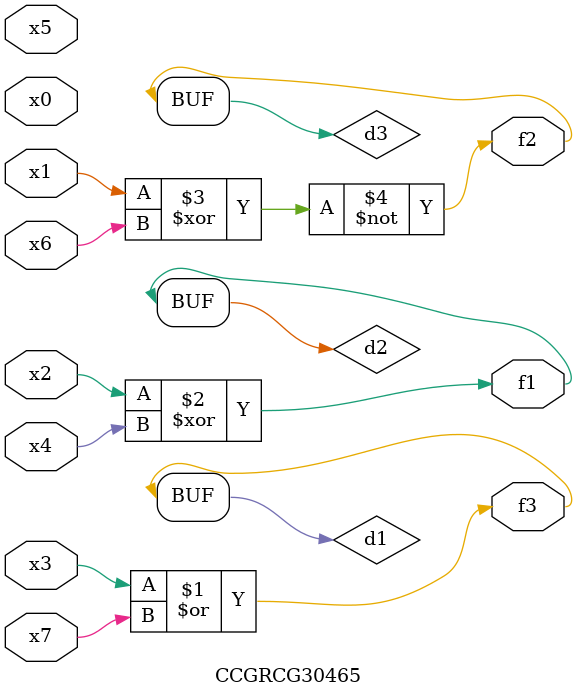
<source format=v>
module CCGRCG30465(
	input x0, x1, x2, x3, x4, x5, x6, x7,
	output f1, f2, f3
);

	wire d1, d2, d3;

	or (d1, x3, x7);
	xor (d2, x2, x4);
	xnor (d3, x1, x6);
	assign f1 = d2;
	assign f2 = d3;
	assign f3 = d1;
endmodule

</source>
